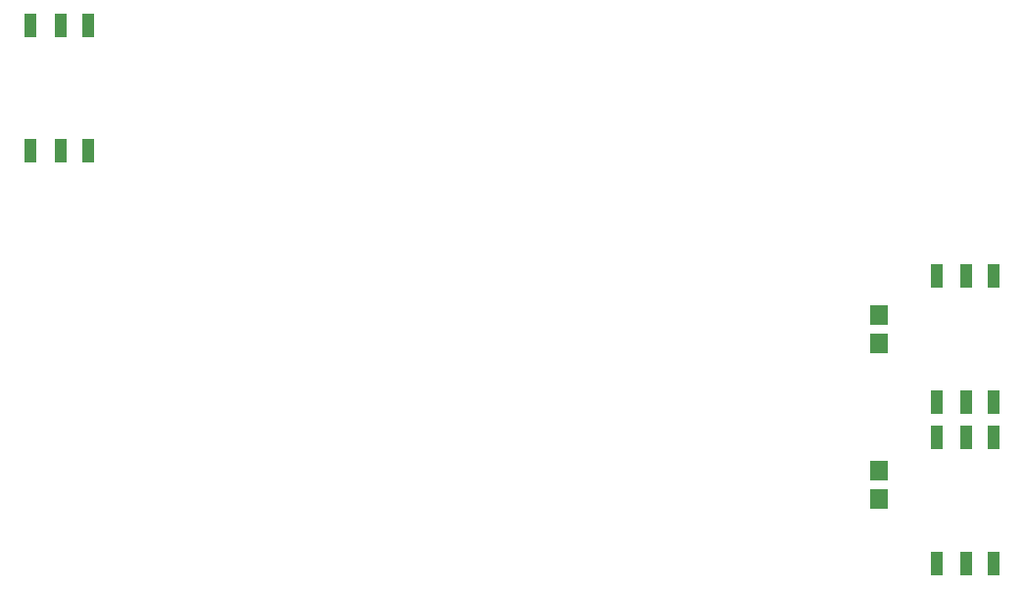
<source format=gbp>
%FSTAX23Y23*%
%MOIN*%
%SFA1B1*%

%IPPOS*%
%ADD13R,0.059055X0.070866*%
%ADD40R,0.040551X0.078740*%
%LNbinbot_board_ver4-1*%
%LPD*%
G54D13*
X03266Y-01163D03*
Y-01257D03*
Y-01693D03*
Y-01787D03*
G54D40*
X00378Y-00603D03*
Y-00175D03*
X00574D03*
Y-00603D03*
X00481D03*
Y-00175D03*
X0346Y-01458D03*
X03563D03*
X03656D03*
X0346Y-0103D03*
X03563D03*
X03656D03*
Y-02008D03*
X03563D03*
X0346D03*
Y-0158D03*
X03563D03*
X03656D03*
M02*
</source>
